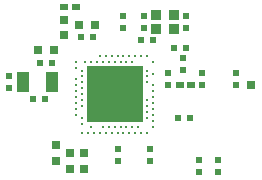
<source format=gtp>
G04*
G04 #@! TF.GenerationSoftware,Altium Limited,Altium Designer,18.0.11 (651)*
G04*
G04 Layer_Color=8421504*
%FSLAX24Y24*%
%MOIN*%
G70*
G01*
G75*
%ADD14R,0.0197X0.0236*%
%ADD15R,0.0236X0.0197*%
%ADD16R,0.0256X0.0197*%
%ADD17R,0.0300X0.0300*%
%ADD18R,0.0315X0.0295*%
%ADD19R,0.0394X0.0709*%
%ADD20R,0.1909X0.1909*%
%ADD21C,0.0118*%
%ADD22R,0.0295X0.0315*%
%ADD23R,0.0374X0.0335*%
D14*
X2826Y-2598D02*
D03*
Y-2205D02*
D03*
X3456Y-2205D02*
D03*
Y-2598D02*
D03*
X4039Y323D02*
D03*
Y717D02*
D03*
X1792Y699D02*
D03*
Y305D02*
D03*
X2266Y803D02*
D03*
Y1197D02*
D03*
X2916Y717D02*
D03*
Y323D02*
D03*
X-3515Y610D02*
D03*
Y217D02*
D03*
X266Y2598D02*
D03*
Y2205D02*
D03*
X978Y2597D02*
D03*
Y2203D02*
D03*
X2378Y2203D02*
D03*
Y2597D02*
D03*
X98Y-2215D02*
D03*
Y-1821D02*
D03*
X1191Y-2215D02*
D03*
Y-1821D02*
D03*
D15*
X2520Y-787D02*
D03*
X2126D02*
D03*
X2362Y1545D02*
D03*
X1969D02*
D03*
X-2708Y-167D02*
D03*
X-2314D02*
D03*
X-2490Y1033D02*
D03*
X-2096D02*
D03*
X1270Y1791D02*
D03*
X876D02*
D03*
X-1127Y1900D02*
D03*
X-733D02*
D03*
D16*
X2539Y302D02*
D03*
X2165Y302D02*
D03*
X-1299Y2904D02*
D03*
X-1673D02*
D03*
D17*
X4550Y300D02*
D03*
D18*
X-1673Y1959D02*
D03*
Y2490D02*
D03*
X-1033Y-1969D02*
D03*
Y-2500D02*
D03*
X-1496Y-1969D02*
D03*
Y-2500D02*
D03*
X-1963Y-1683D02*
D03*
Y-2215D02*
D03*
D19*
X-3062Y404D02*
D03*
X-2078D02*
D03*
D20*
X0Y0D02*
D03*
D21*
X1083Y-1280D02*
D03*
X886D02*
D03*
X689D02*
D03*
X492D02*
D03*
X295D02*
D03*
X98D02*
D03*
X-98D02*
D03*
X-295D02*
D03*
X-492D02*
D03*
X-689D02*
D03*
X-886D02*
D03*
X-1083D02*
D03*
X1280Y-1083D02*
D03*
X787D02*
D03*
X591D02*
D03*
X394D02*
D03*
X197D02*
D03*
X0D02*
D03*
X-197D02*
D03*
X-394D02*
D03*
X-787D02*
D03*
X-1083Y-984D02*
D03*
X1280Y-886D02*
D03*
X1083Y-787D02*
D03*
X-1083D02*
D03*
X1280Y-689D02*
D03*
X-1280D02*
D03*
X1083Y-591D02*
D03*
X1280Y-492D02*
D03*
X-1280D02*
D03*
X1083Y-394D02*
D03*
X-1083D02*
D03*
X1280Y-295D02*
D03*
X-1280D02*
D03*
X1083Y-197D02*
D03*
X-1083D02*
D03*
X1280Y-98D02*
D03*
X-1280D02*
D03*
X-1083Y0D02*
D03*
X1280Y98D02*
D03*
X-1280D02*
D03*
X-1083Y197D02*
D03*
X1280Y295D02*
D03*
X-1280D02*
D03*
X1083Y394D02*
D03*
X-1083D02*
D03*
X-1280Y492D02*
D03*
X1083Y591D02*
D03*
X-1083D02*
D03*
X1280Y689D02*
D03*
X-1083Y787D02*
D03*
X-1280Y886D02*
D03*
X1083Y787D02*
D03*
X1280Y1083D02*
D03*
X591D02*
D03*
X394D02*
D03*
X197D02*
D03*
X0D02*
D03*
X-197D02*
D03*
X-394D02*
D03*
X-591D02*
D03*
X-787D02*
D03*
X-984D02*
D03*
X-1280D02*
D03*
X1083Y1280D02*
D03*
X689D02*
D03*
X492D02*
D03*
X295D02*
D03*
X98D02*
D03*
X-98D02*
D03*
X-295D02*
D03*
X-492D02*
D03*
X886D02*
D03*
D22*
X-2018Y1467D02*
D03*
X-2549D02*
D03*
X-1191Y2309D02*
D03*
X-659D02*
D03*
D23*
X1963Y2173D02*
D03*
Y2626D02*
D03*
X1392D02*
D03*
Y2173D02*
D03*
M02*

</source>
